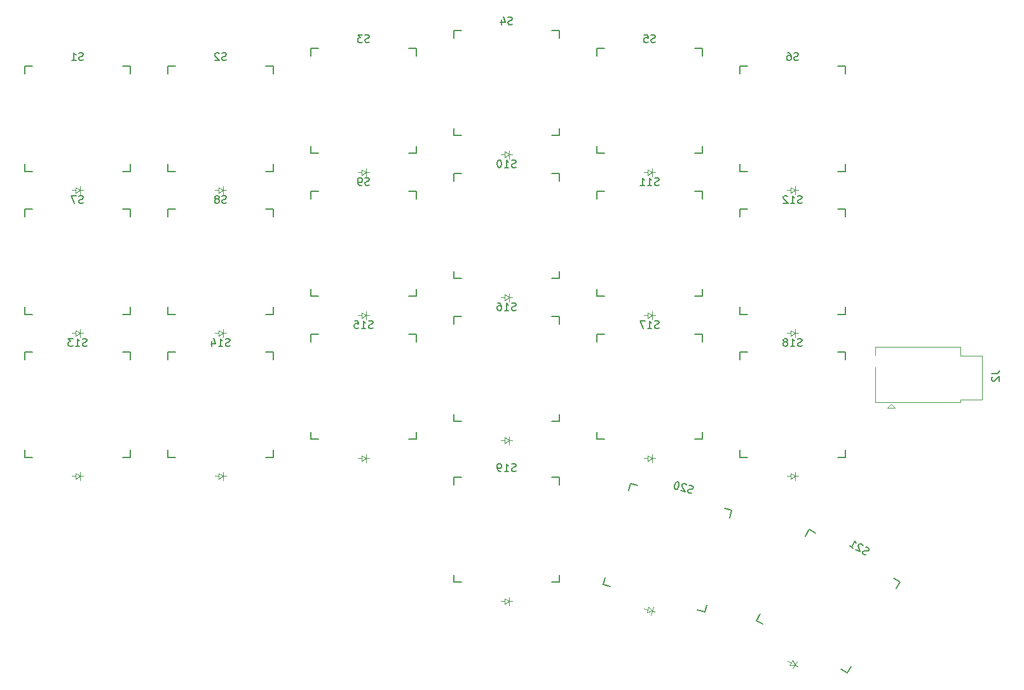
<source format=gbo>
G04 #@! TF.GenerationSoftware,KiCad,Pcbnew,8.0.4*
G04 #@! TF.CreationDate,2024-09-10T22:18:46+03:00*
G04 #@! TF.ProjectId,muikku42,6d75696b-6b75-4343-922e-6b696361645f,rev?*
G04 #@! TF.SameCoordinates,Original*
G04 #@! TF.FileFunction,Legend,Bot*
G04 #@! TF.FilePolarity,Positive*
%FSLAX46Y46*%
G04 Gerber Fmt 4.6, Leading zero omitted, Abs format (unit mm)*
G04 Created by KiCad (PCBNEW 8.0.4) date 2024-09-10 22:18:46*
%MOMM*%
%LPD*%
G01*
G04 APERTURE LIST*
G04 Aperture macros list*
%AMHorizOval*
0 Thick line with rounded ends*
0 $1 width*
0 $2 $3 position (X,Y) of the first rounded end (center of the circle)*
0 $4 $5 position (X,Y) of the second rounded end (center of the circle)*
0 Add line between two ends*
20,1,$1,$2,$3,$4,$5,0*
0 Add two circle primitives to create the rounded ends*
1,1,$1,$2,$3*
1,1,$1,$4,$5*%
%AMRotRect*
0 Rectangle, with rotation*
0 The origin of the aperture is its center*
0 $1 length*
0 $2 width*
0 $3 Rotation angle, in degrees counterclockwise*
0 Add horizontal line*
21,1,$1,$2,0,0,$3*%
G04 Aperture macros list end*
%ADD10C,0.150000*%
%ADD11C,0.100000*%
%ADD12C,0.120000*%
%ADD13R,1.600000X1.600000*%
%ADD14O,1.600000X1.600000*%
%ADD15RotRect,1.600000X1.600000X150.000000*%
%ADD16HorizOval,1.600000X0.000000X0.000000X0.000000X0.000000X0*%
%ADD17C,1.701800*%
%ADD18C,3.987800*%
%ADD19C,2.286000*%
%ADD20C,2.200000*%
%ADD21C,1.200000*%
%ADD22O,2.000000X1.400000*%
%ADD23R,2.000000X1.400000*%
%ADD24RotRect,1.600000X1.600000X165.000000*%
%ADD25HorizOval,1.600000X0.000000X0.000000X0.000000X0.000000X0*%
%ADD26O,2.500000X1.500000*%
%ADD27O,1.500000X2.500000*%
G04 APERTURE END LIST*
D10*
X134111904Y-46920950D02*
X133969047Y-46968569D01*
X133969047Y-46968569D02*
X133730952Y-46968569D01*
X133730952Y-46968569D02*
X133635714Y-46920950D01*
X133635714Y-46920950D02*
X133588095Y-46873330D01*
X133588095Y-46873330D02*
X133540476Y-46778092D01*
X133540476Y-46778092D02*
X133540476Y-46682854D01*
X133540476Y-46682854D02*
X133588095Y-46587616D01*
X133588095Y-46587616D02*
X133635714Y-46539997D01*
X133635714Y-46539997D02*
X133730952Y-46492378D01*
X133730952Y-46492378D02*
X133921428Y-46444759D01*
X133921428Y-46444759D02*
X134016666Y-46397140D01*
X134016666Y-46397140D02*
X134064285Y-46349521D01*
X134064285Y-46349521D02*
X134111904Y-46254283D01*
X134111904Y-46254283D02*
X134111904Y-46159045D01*
X134111904Y-46159045D02*
X134064285Y-46063807D01*
X134064285Y-46063807D02*
X134016666Y-46016188D01*
X134016666Y-46016188D02*
X133921428Y-45968569D01*
X133921428Y-45968569D02*
X133683333Y-45968569D01*
X133683333Y-45968569D02*
X133540476Y-46016188D01*
X132635714Y-45968569D02*
X133111904Y-45968569D01*
X133111904Y-45968569D02*
X133159523Y-46444759D01*
X133159523Y-46444759D02*
X133111904Y-46397140D01*
X133111904Y-46397140D02*
X133016666Y-46349521D01*
X133016666Y-46349521D02*
X132778571Y-46349521D01*
X132778571Y-46349521D02*
X132683333Y-46397140D01*
X132683333Y-46397140D02*
X132635714Y-46444759D01*
X132635714Y-46444759D02*
X132588095Y-46539997D01*
X132588095Y-46539997D02*
X132588095Y-46778092D01*
X132588095Y-46778092D02*
X132635714Y-46873330D01*
X132635714Y-46873330D02*
X132683333Y-46920950D01*
X132683333Y-46920950D02*
X132778571Y-46968569D01*
X132778571Y-46968569D02*
X133016666Y-46968569D01*
X133016666Y-46968569D02*
X133111904Y-46920950D01*
X133111904Y-46920950D02*
X133159523Y-46873330D01*
X134588094Y-65970950D02*
X134445237Y-66018569D01*
X134445237Y-66018569D02*
X134207142Y-66018569D01*
X134207142Y-66018569D02*
X134111904Y-65970950D01*
X134111904Y-65970950D02*
X134064285Y-65923330D01*
X134064285Y-65923330D02*
X134016666Y-65828092D01*
X134016666Y-65828092D02*
X134016666Y-65732854D01*
X134016666Y-65732854D02*
X134064285Y-65637616D01*
X134064285Y-65637616D02*
X134111904Y-65589997D01*
X134111904Y-65589997D02*
X134207142Y-65542378D01*
X134207142Y-65542378D02*
X134397618Y-65494759D01*
X134397618Y-65494759D02*
X134492856Y-65447140D01*
X134492856Y-65447140D02*
X134540475Y-65399521D01*
X134540475Y-65399521D02*
X134588094Y-65304283D01*
X134588094Y-65304283D02*
X134588094Y-65209045D01*
X134588094Y-65209045D02*
X134540475Y-65113807D01*
X134540475Y-65113807D02*
X134492856Y-65066188D01*
X134492856Y-65066188D02*
X134397618Y-65018569D01*
X134397618Y-65018569D02*
X134159523Y-65018569D01*
X134159523Y-65018569D02*
X134016666Y-65066188D01*
X133064285Y-66018569D02*
X133635713Y-66018569D01*
X133349999Y-66018569D02*
X133349999Y-65018569D01*
X133349999Y-65018569D02*
X133445237Y-65161426D01*
X133445237Y-65161426D02*
X133540475Y-65256664D01*
X133540475Y-65256664D02*
X133635713Y-65304283D01*
X132111904Y-66018569D02*
X132683332Y-66018569D01*
X132397618Y-66018569D02*
X132397618Y-65018569D01*
X132397618Y-65018569D02*
X132492856Y-65161426D01*
X132492856Y-65161426D02*
X132588094Y-65256664D01*
X132588094Y-65256664D02*
X132683332Y-65304283D01*
X57911904Y-68352200D02*
X57769047Y-68399819D01*
X57769047Y-68399819D02*
X57530952Y-68399819D01*
X57530952Y-68399819D02*
X57435714Y-68352200D01*
X57435714Y-68352200D02*
X57388095Y-68304580D01*
X57388095Y-68304580D02*
X57340476Y-68209342D01*
X57340476Y-68209342D02*
X57340476Y-68114104D01*
X57340476Y-68114104D02*
X57388095Y-68018866D01*
X57388095Y-68018866D02*
X57435714Y-67971247D01*
X57435714Y-67971247D02*
X57530952Y-67923628D01*
X57530952Y-67923628D02*
X57721428Y-67876009D01*
X57721428Y-67876009D02*
X57816666Y-67828390D01*
X57816666Y-67828390D02*
X57864285Y-67780771D01*
X57864285Y-67780771D02*
X57911904Y-67685533D01*
X57911904Y-67685533D02*
X57911904Y-67590295D01*
X57911904Y-67590295D02*
X57864285Y-67495057D01*
X57864285Y-67495057D02*
X57816666Y-67447438D01*
X57816666Y-67447438D02*
X57721428Y-67399819D01*
X57721428Y-67399819D02*
X57483333Y-67399819D01*
X57483333Y-67399819D02*
X57340476Y-67447438D01*
X57007142Y-67399819D02*
X56340476Y-67399819D01*
X56340476Y-67399819D02*
X56769047Y-68399819D01*
X96488094Y-85020950D02*
X96345237Y-85068569D01*
X96345237Y-85068569D02*
X96107142Y-85068569D01*
X96107142Y-85068569D02*
X96011904Y-85020950D01*
X96011904Y-85020950D02*
X95964285Y-84973330D01*
X95964285Y-84973330D02*
X95916666Y-84878092D01*
X95916666Y-84878092D02*
X95916666Y-84782854D01*
X95916666Y-84782854D02*
X95964285Y-84687616D01*
X95964285Y-84687616D02*
X96011904Y-84639997D01*
X96011904Y-84639997D02*
X96107142Y-84592378D01*
X96107142Y-84592378D02*
X96297618Y-84544759D01*
X96297618Y-84544759D02*
X96392856Y-84497140D01*
X96392856Y-84497140D02*
X96440475Y-84449521D01*
X96440475Y-84449521D02*
X96488094Y-84354283D01*
X96488094Y-84354283D02*
X96488094Y-84259045D01*
X96488094Y-84259045D02*
X96440475Y-84163807D01*
X96440475Y-84163807D02*
X96392856Y-84116188D01*
X96392856Y-84116188D02*
X96297618Y-84068569D01*
X96297618Y-84068569D02*
X96059523Y-84068569D01*
X96059523Y-84068569D02*
X95916666Y-84116188D01*
X94964285Y-85068569D02*
X95535713Y-85068569D01*
X95249999Y-85068569D02*
X95249999Y-84068569D01*
X95249999Y-84068569D02*
X95345237Y-84211426D01*
X95345237Y-84211426D02*
X95440475Y-84306664D01*
X95440475Y-84306664D02*
X95535713Y-84354283D01*
X94059523Y-84068569D02*
X94535713Y-84068569D01*
X94535713Y-84068569D02*
X94583332Y-84544759D01*
X94583332Y-84544759D02*
X94535713Y-84497140D01*
X94535713Y-84497140D02*
X94440475Y-84449521D01*
X94440475Y-84449521D02*
X94202380Y-84449521D01*
X94202380Y-84449521D02*
X94107142Y-84497140D01*
X94107142Y-84497140D02*
X94059523Y-84544759D01*
X94059523Y-84544759D02*
X94011904Y-84639997D01*
X94011904Y-84639997D02*
X94011904Y-84878092D01*
X94011904Y-84878092D02*
X94059523Y-84973330D01*
X94059523Y-84973330D02*
X94107142Y-85020950D01*
X94107142Y-85020950D02*
X94202380Y-85068569D01*
X94202380Y-85068569D02*
X94440475Y-85068569D01*
X94440475Y-85068569D02*
X94535713Y-85020950D01*
X94535713Y-85020950D02*
X94583332Y-84973330D01*
X115061904Y-44539700D02*
X114919047Y-44587319D01*
X114919047Y-44587319D02*
X114680952Y-44587319D01*
X114680952Y-44587319D02*
X114585714Y-44539700D01*
X114585714Y-44539700D02*
X114538095Y-44492080D01*
X114538095Y-44492080D02*
X114490476Y-44396842D01*
X114490476Y-44396842D02*
X114490476Y-44301604D01*
X114490476Y-44301604D02*
X114538095Y-44206366D01*
X114538095Y-44206366D02*
X114585714Y-44158747D01*
X114585714Y-44158747D02*
X114680952Y-44111128D01*
X114680952Y-44111128D02*
X114871428Y-44063509D01*
X114871428Y-44063509D02*
X114966666Y-44015890D01*
X114966666Y-44015890D02*
X115014285Y-43968271D01*
X115014285Y-43968271D02*
X115061904Y-43873033D01*
X115061904Y-43873033D02*
X115061904Y-43777795D01*
X115061904Y-43777795D02*
X115014285Y-43682557D01*
X115014285Y-43682557D02*
X114966666Y-43634938D01*
X114966666Y-43634938D02*
X114871428Y-43587319D01*
X114871428Y-43587319D02*
X114633333Y-43587319D01*
X114633333Y-43587319D02*
X114490476Y-43634938D01*
X113633333Y-43920652D02*
X113633333Y-44587319D01*
X113871428Y-43539700D02*
X114109523Y-44253985D01*
X114109523Y-44253985D02*
X113490476Y-44253985D01*
X153638094Y-87402200D02*
X153495237Y-87449819D01*
X153495237Y-87449819D02*
X153257142Y-87449819D01*
X153257142Y-87449819D02*
X153161904Y-87402200D01*
X153161904Y-87402200D02*
X153114285Y-87354580D01*
X153114285Y-87354580D02*
X153066666Y-87259342D01*
X153066666Y-87259342D02*
X153066666Y-87164104D01*
X153066666Y-87164104D02*
X153114285Y-87068866D01*
X153114285Y-87068866D02*
X153161904Y-87021247D01*
X153161904Y-87021247D02*
X153257142Y-86973628D01*
X153257142Y-86973628D02*
X153447618Y-86926009D01*
X153447618Y-86926009D02*
X153542856Y-86878390D01*
X153542856Y-86878390D02*
X153590475Y-86830771D01*
X153590475Y-86830771D02*
X153638094Y-86735533D01*
X153638094Y-86735533D02*
X153638094Y-86640295D01*
X153638094Y-86640295D02*
X153590475Y-86545057D01*
X153590475Y-86545057D02*
X153542856Y-86497438D01*
X153542856Y-86497438D02*
X153447618Y-86449819D01*
X153447618Y-86449819D02*
X153209523Y-86449819D01*
X153209523Y-86449819D02*
X153066666Y-86497438D01*
X152114285Y-87449819D02*
X152685713Y-87449819D01*
X152399999Y-87449819D02*
X152399999Y-86449819D01*
X152399999Y-86449819D02*
X152495237Y-86592676D01*
X152495237Y-86592676D02*
X152590475Y-86687914D01*
X152590475Y-86687914D02*
X152685713Y-86735533D01*
X151542856Y-86878390D02*
X151638094Y-86830771D01*
X151638094Y-86830771D02*
X151685713Y-86783152D01*
X151685713Y-86783152D02*
X151733332Y-86687914D01*
X151733332Y-86687914D02*
X151733332Y-86640295D01*
X151733332Y-86640295D02*
X151685713Y-86545057D01*
X151685713Y-86545057D02*
X151638094Y-86497438D01*
X151638094Y-86497438D02*
X151542856Y-86449819D01*
X151542856Y-86449819D02*
X151352380Y-86449819D01*
X151352380Y-86449819D02*
X151257142Y-86497438D01*
X151257142Y-86497438D02*
X151209523Y-86545057D01*
X151209523Y-86545057D02*
X151161904Y-86640295D01*
X151161904Y-86640295D02*
X151161904Y-86687914D01*
X151161904Y-86687914D02*
X151209523Y-86783152D01*
X151209523Y-86783152D02*
X151257142Y-86830771D01*
X151257142Y-86830771D02*
X151352380Y-86878390D01*
X151352380Y-86878390D02*
X151542856Y-86878390D01*
X151542856Y-86878390D02*
X151638094Y-86926009D01*
X151638094Y-86926009D02*
X151685713Y-86973628D01*
X151685713Y-86973628D02*
X151733332Y-87068866D01*
X151733332Y-87068866D02*
X151733332Y-87259342D01*
X151733332Y-87259342D02*
X151685713Y-87354580D01*
X151685713Y-87354580D02*
X151638094Y-87402200D01*
X151638094Y-87402200D02*
X151542856Y-87449819D01*
X151542856Y-87449819D02*
X151352380Y-87449819D01*
X151352380Y-87449819D02*
X151257142Y-87402200D01*
X151257142Y-87402200D02*
X151209523Y-87354580D01*
X151209523Y-87354580D02*
X151161904Y-87259342D01*
X151161904Y-87259342D02*
X151161904Y-87068866D01*
X151161904Y-87068866D02*
X151209523Y-86973628D01*
X151209523Y-86973628D02*
X151257142Y-86926009D01*
X151257142Y-86926009D02*
X151352380Y-86878390D01*
X153161904Y-49302200D02*
X153019047Y-49349819D01*
X153019047Y-49349819D02*
X152780952Y-49349819D01*
X152780952Y-49349819D02*
X152685714Y-49302200D01*
X152685714Y-49302200D02*
X152638095Y-49254580D01*
X152638095Y-49254580D02*
X152590476Y-49159342D01*
X152590476Y-49159342D02*
X152590476Y-49064104D01*
X152590476Y-49064104D02*
X152638095Y-48968866D01*
X152638095Y-48968866D02*
X152685714Y-48921247D01*
X152685714Y-48921247D02*
X152780952Y-48873628D01*
X152780952Y-48873628D02*
X152971428Y-48826009D01*
X152971428Y-48826009D02*
X153066666Y-48778390D01*
X153066666Y-48778390D02*
X153114285Y-48730771D01*
X153114285Y-48730771D02*
X153161904Y-48635533D01*
X153161904Y-48635533D02*
X153161904Y-48540295D01*
X153161904Y-48540295D02*
X153114285Y-48445057D01*
X153114285Y-48445057D02*
X153066666Y-48397438D01*
X153066666Y-48397438D02*
X152971428Y-48349819D01*
X152971428Y-48349819D02*
X152733333Y-48349819D01*
X152733333Y-48349819D02*
X152590476Y-48397438D01*
X151733333Y-48349819D02*
X151923809Y-48349819D01*
X151923809Y-48349819D02*
X152019047Y-48397438D01*
X152019047Y-48397438D02*
X152066666Y-48445057D01*
X152066666Y-48445057D02*
X152161904Y-48587914D01*
X152161904Y-48587914D02*
X152209523Y-48778390D01*
X152209523Y-48778390D02*
X152209523Y-49159342D01*
X152209523Y-49159342D02*
X152161904Y-49254580D01*
X152161904Y-49254580D02*
X152114285Y-49302200D01*
X152114285Y-49302200D02*
X152019047Y-49349819D01*
X152019047Y-49349819D02*
X151828571Y-49349819D01*
X151828571Y-49349819D02*
X151733333Y-49302200D01*
X151733333Y-49302200D02*
X151685714Y-49254580D01*
X151685714Y-49254580D02*
X151638095Y-49159342D01*
X151638095Y-49159342D02*
X151638095Y-48921247D01*
X151638095Y-48921247D02*
X151685714Y-48826009D01*
X151685714Y-48826009D02*
X151733333Y-48778390D01*
X151733333Y-48778390D02*
X151828571Y-48730771D01*
X151828571Y-48730771D02*
X152019047Y-48730771D01*
X152019047Y-48730771D02*
X152114285Y-48778390D01*
X152114285Y-48778390D02*
X152161904Y-48826009D01*
X152161904Y-48826009D02*
X152209523Y-48921247D01*
X134588094Y-85020950D02*
X134445237Y-85068569D01*
X134445237Y-85068569D02*
X134207142Y-85068569D01*
X134207142Y-85068569D02*
X134111904Y-85020950D01*
X134111904Y-85020950D02*
X134064285Y-84973330D01*
X134064285Y-84973330D02*
X134016666Y-84878092D01*
X134016666Y-84878092D02*
X134016666Y-84782854D01*
X134016666Y-84782854D02*
X134064285Y-84687616D01*
X134064285Y-84687616D02*
X134111904Y-84639997D01*
X134111904Y-84639997D02*
X134207142Y-84592378D01*
X134207142Y-84592378D02*
X134397618Y-84544759D01*
X134397618Y-84544759D02*
X134492856Y-84497140D01*
X134492856Y-84497140D02*
X134540475Y-84449521D01*
X134540475Y-84449521D02*
X134588094Y-84354283D01*
X134588094Y-84354283D02*
X134588094Y-84259045D01*
X134588094Y-84259045D02*
X134540475Y-84163807D01*
X134540475Y-84163807D02*
X134492856Y-84116188D01*
X134492856Y-84116188D02*
X134397618Y-84068569D01*
X134397618Y-84068569D02*
X134159523Y-84068569D01*
X134159523Y-84068569D02*
X134016666Y-84116188D01*
X133064285Y-85068569D02*
X133635713Y-85068569D01*
X133349999Y-85068569D02*
X133349999Y-84068569D01*
X133349999Y-84068569D02*
X133445237Y-84211426D01*
X133445237Y-84211426D02*
X133540475Y-84306664D01*
X133540475Y-84306664D02*
X133635713Y-84354283D01*
X132730951Y-84068569D02*
X132064285Y-84068569D01*
X132064285Y-84068569D02*
X132492856Y-85068569D01*
X77438094Y-87402200D02*
X77295237Y-87449819D01*
X77295237Y-87449819D02*
X77057142Y-87449819D01*
X77057142Y-87449819D02*
X76961904Y-87402200D01*
X76961904Y-87402200D02*
X76914285Y-87354580D01*
X76914285Y-87354580D02*
X76866666Y-87259342D01*
X76866666Y-87259342D02*
X76866666Y-87164104D01*
X76866666Y-87164104D02*
X76914285Y-87068866D01*
X76914285Y-87068866D02*
X76961904Y-87021247D01*
X76961904Y-87021247D02*
X77057142Y-86973628D01*
X77057142Y-86973628D02*
X77247618Y-86926009D01*
X77247618Y-86926009D02*
X77342856Y-86878390D01*
X77342856Y-86878390D02*
X77390475Y-86830771D01*
X77390475Y-86830771D02*
X77438094Y-86735533D01*
X77438094Y-86735533D02*
X77438094Y-86640295D01*
X77438094Y-86640295D02*
X77390475Y-86545057D01*
X77390475Y-86545057D02*
X77342856Y-86497438D01*
X77342856Y-86497438D02*
X77247618Y-86449819D01*
X77247618Y-86449819D02*
X77009523Y-86449819D01*
X77009523Y-86449819D02*
X76866666Y-86497438D01*
X75914285Y-87449819D02*
X76485713Y-87449819D01*
X76199999Y-87449819D02*
X76199999Y-86449819D01*
X76199999Y-86449819D02*
X76295237Y-86592676D01*
X76295237Y-86592676D02*
X76390475Y-86687914D01*
X76390475Y-86687914D02*
X76485713Y-86735533D01*
X75057142Y-86783152D02*
X75057142Y-87449819D01*
X75295237Y-86402200D02*
X75533332Y-87116485D01*
X75533332Y-87116485D02*
X74914285Y-87116485D01*
X76961904Y-68352200D02*
X76819047Y-68399819D01*
X76819047Y-68399819D02*
X76580952Y-68399819D01*
X76580952Y-68399819D02*
X76485714Y-68352200D01*
X76485714Y-68352200D02*
X76438095Y-68304580D01*
X76438095Y-68304580D02*
X76390476Y-68209342D01*
X76390476Y-68209342D02*
X76390476Y-68114104D01*
X76390476Y-68114104D02*
X76438095Y-68018866D01*
X76438095Y-68018866D02*
X76485714Y-67971247D01*
X76485714Y-67971247D02*
X76580952Y-67923628D01*
X76580952Y-67923628D02*
X76771428Y-67876009D01*
X76771428Y-67876009D02*
X76866666Y-67828390D01*
X76866666Y-67828390D02*
X76914285Y-67780771D01*
X76914285Y-67780771D02*
X76961904Y-67685533D01*
X76961904Y-67685533D02*
X76961904Y-67590295D01*
X76961904Y-67590295D02*
X76914285Y-67495057D01*
X76914285Y-67495057D02*
X76866666Y-67447438D01*
X76866666Y-67447438D02*
X76771428Y-67399819D01*
X76771428Y-67399819D02*
X76533333Y-67399819D01*
X76533333Y-67399819D02*
X76390476Y-67447438D01*
X75819047Y-67828390D02*
X75914285Y-67780771D01*
X75914285Y-67780771D02*
X75961904Y-67733152D01*
X75961904Y-67733152D02*
X76009523Y-67637914D01*
X76009523Y-67637914D02*
X76009523Y-67590295D01*
X76009523Y-67590295D02*
X75961904Y-67495057D01*
X75961904Y-67495057D02*
X75914285Y-67447438D01*
X75914285Y-67447438D02*
X75819047Y-67399819D01*
X75819047Y-67399819D02*
X75628571Y-67399819D01*
X75628571Y-67399819D02*
X75533333Y-67447438D01*
X75533333Y-67447438D02*
X75485714Y-67495057D01*
X75485714Y-67495057D02*
X75438095Y-67590295D01*
X75438095Y-67590295D02*
X75438095Y-67637914D01*
X75438095Y-67637914D02*
X75485714Y-67733152D01*
X75485714Y-67733152D02*
X75533333Y-67780771D01*
X75533333Y-67780771D02*
X75628571Y-67828390D01*
X75628571Y-67828390D02*
X75819047Y-67828390D01*
X75819047Y-67828390D02*
X75914285Y-67876009D01*
X75914285Y-67876009D02*
X75961904Y-67923628D01*
X75961904Y-67923628D02*
X76009523Y-68018866D01*
X76009523Y-68018866D02*
X76009523Y-68209342D01*
X76009523Y-68209342D02*
X75961904Y-68304580D01*
X75961904Y-68304580D02*
X75914285Y-68352200D01*
X75914285Y-68352200D02*
X75819047Y-68399819D01*
X75819047Y-68399819D02*
X75628571Y-68399819D01*
X75628571Y-68399819D02*
X75533333Y-68352200D01*
X75533333Y-68352200D02*
X75485714Y-68304580D01*
X75485714Y-68304580D02*
X75438095Y-68209342D01*
X75438095Y-68209342D02*
X75438095Y-68018866D01*
X75438095Y-68018866D02*
X75485714Y-67923628D01*
X75485714Y-67923628D02*
X75533333Y-67876009D01*
X75533333Y-67876009D02*
X75628571Y-67828390D01*
X76961904Y-49302200D02*
X76819047Y-49349819D01*
X76819047Y-49349819D02*
X76580952Y-49349819D01*
X76580952Y-49349819D02*
X76485714Y-49302200D01*
X76485714Y-49302200D02*
X76438095Y-49254580D01*
X76438095Y-49254580D02*
X76390476Y-49159342D01*
X76390476Y-49159342D02*
X76390476Y-49064104D01*
X76390476Y-49064104D02*
X76438095Y-48968866D01*
X76438095Y-48968866D02*
X76485714Y-48921247D01*
X76485714Y-48921247D02*
X76580952Y-48873628D01*
X76580952Y-48873628D02*
X76771428Y-48826009D01*
X76771428Y-48826009D02*
X76866666Y-48778390D01*
X76866666Y-48778390D02*
X76914285Y-48730771D01*
X76914285Y-48730771D02*
X76961904Y-48635533D01*
X76961904Y-48635533D02*
X76961904Y-48540295D01*
X76961904Y-48540295D02*
X76914285Y-48445057D01*
X76914285Y-48445057D02*
X76866666Y-48397438D01*
X76866666Y-48397438D02*
X76771428Y-48349819D01*
X76771428Y-48349819D02*
X76533333Y-48349819D01*
X76533333Y-48349819D02*
X76390476Y-48397438D01*
X76009523Y-48445057D02*
X75961904Y-48397438D01*
X75961904Y-48397438D02*
X75866666Y-48349819D01*
X75866666Y-48349819D02*
X75628571Y-48349819D01*
X75628571Y-48349819D02*
X75533333Y-48397438D01*
X75533333Y-48397438D02*
X75485714Y-48445057D01*
X75485714Y-48445057D02*
X75438095Y-48540295D01*
X75438095Y-48540295D02*
X75438095Y-48635533D01*
X75438095Y-48635533D02*
X75485714Y-48778390D01*
X75485714Y-48778390D02*
X76057142Y-49349819D01*
X76057142Y-49349819D02*
X75438095Y-49349819D01*
X115538094Y-82639700D02*
X115395237Y-82687319D01*
X115395237Y-82687319D02*
X115157142Y-82687319D01*
X115157142Y-82687319D02*
X115061904Y-82639700D01*
X115061904Y-82639700D02*
X115014285Y-82592080D01*
X115014285Y-82592080D02*
X114966666Y-82496842D01*
X114966666Y-82496842D02*
X114966666Y-82401604D01*
X114966666Y-82401604D02*
X115014285Y-82306366D01*
X115014285Y-82306366D02*
X115061904Y-82258747D01*
X115061904Y-82258747D02*
X115157142Y-82211128D01*
X115157142Y-82211128D02*
X115347618Y-82163509D01*
X115347618Y-82163509D02*
X115442856Y-82115890D01*
X115442856Y-82115890D02*
X115490475Y-82068271D01*
X115490475Y-82068271D02*
X115538094Y-81973033D01*
X115538094Y-81973033D02*
X115538094Y-81877795D01*
X115538094Y-81877795D02*
X115490475Y-81782557D01*
X115490475Y-81782557D02*
X115442856Y-81734938D01*
X115442856Y-81734938D02*
X115347618Y-81687319D01*
X115347618Y-81687319D02*
X115109523Y-81687319D01*
X115109523Y-81687319D02*
X114966666Y-81734938D01*
X114014285Y-82687319D02*
X114585713Y-82687319D01*
X114299999Y-82687319D02*
X114299999Y-81687319D01*
X114299999Y-81687319D02*
X114395237Y-81830176D01*
X114395237Y-81830176D02*
X114490475Y-81925414D01*
X114490475Y-81925414D02*
X114585713Y-81973033D01*
X113157142Y-81687319D02*
X113347618Y-81687319D01*
X113347618Y-81687319D02*
X113442856Y-81734938D01*
X113442856Y-81734938D02*
X113490475Y-81782557D01*
X113490475Y-81782557D02*
X113585713Y-81925414D01*
X113585713Y-81925414D02*
X113633332Y-82115890D01*
X113633332Y-82115890D02*
X113633332Y-82496842D01*
X113633332Y-82496842D02*
X113585713Y-82592080D01*
X113585713Y-82592080D02*
X113538094Y-82639700D01*
X113538094Y-82639700D02*
X113442856Y-82687319D01*
X113442856Y-82687319D02*
X113252380Y-82687319D01*
X113252380Y-82687319D02*
X113157142Y-82639700D01*
X113157142Y-82639700D02*
X113109523Y-82592080D01*
X113109523Y-82592080D02*
X113061904Y-82496842D01*
X113061904Y-82496842D02*
X113061904Y-82258747D01*
X113061904Y-82258747D02*
X113109523Y-82163509D01*
X113109523Y-82163509D02*
X113157142Y-82115890D01*
X113157142Y-82115890D02*
X113252380Y-82068271D01*
X113252380Y-82068271D02*
X113442856Y-82068271D01*
X113442856Y-82068271D02*
X113538094Y-82115890D01*
X113538094Y-82115890D02*
X113585713Y-82163509D01*
X113585713Y-82163509D02*
X113633332Y-82258747D01*
X115538094Y-63589700D02*
X115395237Y-63637319D01*
X115395237Y-63637319D02*
X115157142Y-63637319D01*
X115157142Y-63637319D02*
X115061904Y-63589700D01*
X115061904Y-63589700D02*
X115014285Y-63542080D01*
X115014285Y-63542080D02*
X114966666Y-63446842D01*
X114966666Y-63446842D02*
X114966666Y-63351604D01*
X114966666Y-63351604D02*
X115014285Y-63256366D01*
X115014285Y-63256366D02*
X115061904Y-63208747D01*
X115061904Y-63208747D02*
X115157142Y-63161128D01*
X115157142Y-63161128D02*
X115347618Y-63113509D01*
X115347618Y-63113509D02*
X115442856Y-63065890D01*
X115442856Y-63065890D02*
X115490475Y-63018271D01*
X115490475Y-63018271D02*
X115538094Y-62923033D01*
X115538094Y-62923033D02*
X115538094Y-62827795D01*
X115538094Y-62827795D02*
X115490475Y-62732557D01*
X115490475Y-62732557D02*
X115442856Y-62684938D01*
X115442856Y-62684938D02*
X115347618Y-62637319D01*
X115347618Y-62637319D02*
X115109523Y-62637319D01*
X115109523Y-62637319D02*
X114966666Y-62684938D01*
X114014285Y-63637319D02*
X114585713Y-63637319D01*
X114299999Y-63637319D02*
X114299999Y-62637319D01*
X114299999Y-62637319D02*
X114395237Y-62780176D01*
X114395237Y-62780176D02*
X114490475Y-62875414D01*
X114490475Y-62875414D02*
X114585713Y-62923033D01*
X113395237Y-62637319D02*
X113299999Y-62637319D01*
X113299999Y-62637319D02*
X113204761Y-62684938D01*
X113204761Y-62684938D02*
X113157142Y-62732557D01*
X113157142Y-62732557D02*
X113109523Y-62827795D01*
X113109523Y-62827795D02*
X113061904Y-63018271D01*
X113061904Y-63018271D02*
X113061904Y-63256366D01*
X113061904Y-63256366D02*
X113109523Y-63446842D01*
X113109523Y-63446842D02*
X113157142Y-63542080D01*
X113157142Y-63542080D02*
X113204761Y-63589700D01*
X113204761Y-63589700D02*
X113299999Y-63637319D01*
X113299999Y-63637319D02*
X113395237Y-63637319D01*
X113395237Y-63637319D02*
X113490475Y-63589700D01*
X113490475Y-63589700D02*
X113538094Y-63542080D01*
X113538094Y-63542080D02*
X113585713Y-63446842D01*
X113585713Y-63446842D02*
X113633332Y-63256366D01*
X113633332Y-63256366D02*
X113633332Y-63018271D01*
X113633332Y-63018271D02*
X113585713Y-62827795D01*
X113585713Y-62827795D02*
X113538094Y-62732557D01*
X113538094Y-62732557D02*
X113490475Y-62684938D01*
X113490475Y-62684938D02*
X113395237Y-62637319D01*
X153638094Y-68352200D02*
X153495237Y-68399819D01*
X153495237Y-68399819D02*
X153257142Y-68399819D01*
X153257142Y-68399819D02*
X153161904Y-68352200D01*
X153161904Y-68352200D02*
X153114285Y-68304580D01*
X153114285Y-68304580D02*
X153066666Y-68209342D01*
X153066666Y-68209342D02*
X153066666Y-68114104D01*
X153066666Y-68114104D02*
X153114285Y-68018866D01*
X153114285Y-68018866D02*
X153161904Y-67971247D01*
X153161904Y-67971247D02*
X153257142Y-67923628D01*
X153257142Y-67923628D02*
X153447618Y-67876009D01*
X153447618Y-67876009D02*
X153542856Y-67828390D01*
X153542856Y-67828390D02*
X153590475Y-67780771D01*
X153590475Y-67780771D02*
X153638094Y-67685533D01*
X153638094Y-67685533D02*
X153638094Y-67590295D01*
X153638094Y-67590295D02*
X153590475Y-67495057D01*
X153590475Y-67495057D02*
X153542856Y-67447438D01*
X153542856Y-67447438D02*
X153447618Y-67399819D01*
X153447618Y-67399819D02*
X153209523Y-67399819D01*
X153209523Y-67399819D02*
X153066666Y-67447438D01*
X152114285Y-68399819D02*
X152685713Y-68399819D01*
X152399999Y-68399819D02*
X152399999Y-67399819D01*
X152399999Y-67399819D02*
X152495237Y-67542676D01*
X152495237Y-67542676D02*
X152590475Y-67637914D01*
X152590475Y-67637914D02*
X152685713Y-67685533D01*
X151733332Y-67495057D02*
X151685713Y-67447438D01*
X151685713Y-67447438D02*
X151590475Y-67399819D01*
X151590475Y-67399819D02*
X151352380Y-67399819D01*
X151352380Y-67399819D02*
X151257142Y-67447438D01*
X151257142Y-67447438D02*
X151209523Y-67495057D01*
X151209523Y-67495057D02*
X151161904Y-67590295D01*
X151161904Y-67590295D02*
X151161904Y-67685533D01*
X151161904Y-67685533D02*
X151209523Y-67828390D01*
X151209523Y-67828390D02*
X151780951Y-68399819D01*
X151780951Y-68399819D02*
X151161904Y-68399819D01*
X57911904Y-49302200D02*
X57769047Y-49349819D01*
X57769047Y-49349819D02*
X57530952Y-49349819D01*
X57530952Y-49349819D02*
X57435714Y-49302200D01*
X57435714Y-49302200D02*
X57388095Y-49254580D01*
X57388095Y-49254580D02*
X57340476Y-49159342D01*
X57340476Y-49159342D02*
X57340476Y-49064104D01*
X57340476Y-49064104D02*
X57388095Y-48968866D01*
X57388095Y-48968866D02*
X57435714Y-48921247D01*
X57435714Y-48921247D02*
X57530952Y-48873628D01*
X57530952Y-48873628D02*
X57721428Y-48826009D01*
X57721428Y-48826009D02*
X57816666Y-48778390D01*
X57816666Y-48778390D02*
X57864285Y-48730771D01*
X57864285Y-48730771D02*
X57911904Y-48635533D01*
X57911904Y-48635533D02*
X57911904Y-48540295D01*
X57911904Y-48540295D02*
X57864285Y-48445057D01*
X57864285Y-48445057D02*
X57816666Y-48397438D01*
X57816666Y-48397438D02*
X57721428Y-48349819D01*
X57721428Y-48349819D02*
X57483333Y-48349819D01*
X57483333Y-48349819D02*
X57340476Y-48397438D01*
X56388095Y-49349819D02*
X56959523Y-49349819D01*
X56673809Y-49349819D02*
X56673809Y-48349819D01*
X56673809Y-48349819D02*
X56769047Y-48492676D01*
X56769047Y-48492676D02*
X56864285Y-48587914D01*
X56864285Y-48587914D02*
X56959523Y-48635533D01*
X96011904Y-46920950D02*
X95869047Y-46968569D01*
X95869047Y-46968569D02*
X95630952Y-46968569D01*
X95630952Y-46968569D02*
X95535714Y-46920950D01*
X95535714Y-46920950D02*
X95488095Y-46873330D01*
X95488095Y-46873330D02*
X95440476Y-46778092D01*
X95440476Y-46778092D02*
X95440476Y-46682854D01*
X95440476Y-46682854D02*
X95488095Y-46587616D01*
X95488095Y-46587616D02*
X95535714Y-46539997D01*
X95535714Y-46539997D02*
X95630952Y-46492378D01*
X95630952Y-46492378D02*
X95821428Y-46444759D01*
X95821428Y-46444759D02*
X95916666Y-46397140D01*
X95916666Y-46397140D02*
X95964285Y-46349521D01*
X95964285Y-46349521D02*
X96011904Y-46254283D01*
X96011904Y-46254283D02*
X96011904Y-46159045D01*
X96011904Y-46159045D02*
X95964285Y-46063807D01*
X95964285Y-46063807D02*
X95916666Y-46016188D01*
X95916666Y-46016188D02*
X95821428Y-45968569D01*
X95821428Y-45968569D02*
X95583333Y-45968569D01*
X95583333Y-45968569D02*
X95440476Y-46016188D01*
X95107142Y-45968569D02*
X94488095Y-45968569D01*
X94488095Y-45968569D02*
X94821428Y-46349521D01*
X94821428Y-46349521D02*
X94678571Y-46349521D01*
X94678571Y-46349521D02*
X94583333Y-46397140D01*
X94583333Y-46397140D02*
X94535714Y-46444759D01*
X94535714Y-46444759D02*
X94488095Y-46539997D01*
X94488095Y-46539997D02*
X94488095Y-46778092D01*
X94488095Y-46778092D02*
X94535714Y-46873330D01*
X94535714Y-46873330D02*
X94583333Y-46920950D01*
X94583333Y-46920950D02*
X94678571Y-46968569D01*
X94678571Y-46968569D02*
X94964285Y-46968569D01*
X94964285Y-46968569D02*
X95059523Y-46920950D01*
X95059523Y-46920950D02*
X95107142Y-46873330D01*
X58388094Y-87402200D02*
X58245237Y-87449819D01*
X58245237Y-87449819D02*
X58007142Y-87449819D01*
X58007142Y-87449819D02*
X57911904Y-87402200D01*
X57911904Y-87402200D02*
X57864285Y-87354580D01*
X57864285Y-87354580D02*
X57816666Y-87259342D01*
X57816666Y-87259342D02*
X57816666Y-87164104D01*
X57816666Y-87164104D02*
X57864285Y-87068866D01*
X57864285Y-87068866D02*
X57911904Y-87021247D01*
X57911904Y-87021247D02*
X58007142Y-86973628D01*
X58007142Y-86973628D02*
X58197618Y-86926009D01*
X58197618Y-86926009D02*
X58292856Y-86878390D01*
X58292856Y-86878390D02*
X58340475Y-86830771D01*
X58340475Y-86830771D02*
X58388094Y-86735533D01*
X58388094Y-86735533D02*
X58388094Y-86640295D01*
X58388094Y-86640295D02*
X58340475Y-86545057D01*
X58340475Y-86545057D02*
X58292856Y-86497438D01*
X58292856Y-86497438D02*
X58197618Y-86449819D01*
X58197618Y-86449819D02*
X57959523Y-86449819D01*
X57959523Y-86449819D02*
X57816666Y-86497438D01*
X56864285Y-87449819D02*
X57435713Y-87449819D01*
X57149999Y-87449819D02*
X57149999Y-86449819D01*
X57149999Y-86449819D02*
X57245237Y-86592676D01*
X57245237Y-86592676D02*
X57340475Y-86687914D01*
X57340475Y-86687914D02*
X57435713Y-86735533D01*
X56530951Y-86449819D02*
X55911904Y-86449819D01*
X55911904Y-86449819D02*
X56245237Y-86830771D01*
X56245237Y-86830771D02*
X56102380Y-86830771D01*
X56102380Y-86830771D02*
X56007142Y-86878390D01*
X56007142Y-86878390D02*
X55959523Y-86926009D01*
X55959523Y-86926009D02*
X55911904Y-87021247D01*
X55911904Y-87021247D02*
X55911904Y-87259342D01*
X55911904Y-87259342D02*
X55959523Y-87354580D01*
X55959523Y-87354580D02*
X56007142Y-87402200D01*
X56007142Y-87402200D02*
X56102380Y-87449819D01*
X56102380Y-87449819D02*
X56388094Y-87449819D01*
X56388094Y-87449819D02*
X56483332Y-87402200D01*
X56483332Y-87402200D02*
X56530951Y-87354580D01*
X115538094Y-104070950D02*
X115395237Y-104118569D01*
X115395237Y-104118569D02*
X115157142Y-104118569D01*
X115157142Y-104118569D02*
X115061904Y-104070950D01*
X115061904Y-104070950D02*
X115014285Y-104023330D01*
X115014285Y-104023330D02*
X114966666Y-103928092D01*
X114966666Y-103928092D02*
X114966666Y-103832854D01*
X114966666Y-103832854D02*
X115014285Y-103737616D01*
X115014285Y-103737616D02*
X115061904Y-103689997D01*
X115061904Y-103689997D02*
X115157142Y-103642378D01*
X115157142Y-103642378D02*
X115347618Y-103594759D01*
X115347618Y-103594759D02*
X115442856Y-103547140D01*
X115442856Y-103547140D02*
X115490475Y-103499521D01*
X115490475Y-103499521D02*
X115538094Y-103404283D01*
X115538094Y-103404283D02*
X115538094Y-103309045D01*
X115538094Y-103309045D02*
X115490475Y-103213807D01*
X115490475Y-103213807D02*
X115442856Y-103166188D01*
X115442856Y-103166188D02*
X115347618Y-103118569D01*
X115347618Y-103118569D02*
X115109523Y-103118569D01*
X115109523Y-103118569D02*
X114966666Y-103166188D01*
X114014285Y-104118569D02*
X114585713Y-104118569D01*
X114299999Y-104118569D02*
X114299999Y-103118569D01*
X114299999Y-103118569D02*
X114395237Y-103261426D01*
X114395237Y-103261426D02*
X114490475Y-103356664D01*
X114490475Y-103356664D02*
X114585713Y-103404283D01*
X113538094Y-104118569D02*
X113347618Y-104118569D01*
X113347618Y-104118569D02*
X113252380Y-104070950D01*
X113252380Y-104070950D02*
X113204761Y-104023330D01*
X113204761Y-104023330D02*
X113109523Y-103880473D01*
X113109523Y-103880473D02*
X113061904Y-103689997D01*
X113061904Y-103689997D02*
X113061904Y-103309045D01*
X113061904Y-103309045D02*
X113109523Y-103213807D01*
X113109523Y-103213807D02*
X113157142Y-103166188D01*
X113157142Y-103166188D02*
X113252380Y-103118569D01*
X113252380Y-103118569D02*
X113442856Y-103118569D01*
X113442856Y-103118569D02*
X113538094Y-103166188D01*
X113538094Y-103166188D02*
X113585713Y-103213807D01*
X113585713Y-103213807D02*
X113633332Y-103309045D01*
X113633332Y-103309045D02*
X113633332Y-103547140D01*
X113633332Y-103547140D02*
X113585713Y-103642378D01*
X113585713Y-103642378D02*
X113538094Y-103689997D01*
X113538094Y-103689997D02*
X113442856Y-103737616D01*
X113442856Y-103737616D02*
X113252380Y-103737616D01*
X113252380Y-103737616D02*
X113157142Y-103689997D01*
X113157142Y-103689997D02*
X113109523Y-103642378D01*
X113109523Y-103642378D02*
X113061904Y-103547140D01*
X162158621Y-115266402D02*
X162011094Y-115236213D01*
X162011094Y-115236213D02*
X161804897Y-115117166D01*
X161804897Y-115117166D02*
X161746228Y-115028307D01*
X161746228Y-115028307D02*
X161728798Y-114963258D01*
X161728798Y-114963258D02*
X161735178Y-114856970D01*
X161735178Y-114856970D02*
X161782797Y-114774492D01*
X161782797Y-114774492D02*
X161871655Y-114715823D01*
X161871655Y-114715823D02*
X161936704Y-114698393D01*
X161936704Y-114698393D02*
X162042992Y-114704773D01*
X162042992Y-114704773D02*
X162231759Y-114758771D01*
X162231759Y-114758771D02*
X162338047Y-114765151D01*
X162338047Y-114765151D02*
X162403096Y-114747721D01*
X162403096Y-114747721D02*
X162491954Y-114689052D01*
X162491954Y-114689052D02*
X162539573Y-114606574D01*
X162539573Y-114606574D02*
X162545953Y-114500285D01*
X162545953Y-114500285D02*
X162528523Y-114435237D01*
X162528523Y-114435237D02*
X162469854Y-114346378D01*
X162469854Y-114346378D02*
X162263658Y-114227331D01*
X162263658Y-114227331D02*
X162116130Y-114197141D01*
X161762406Y-114047904D02*
X161744977Y-113982856D01*
X161744977Y-113982856D02*
X161686307Y-113893997D01*
X161686307Y-113893997D02*
X161480111Y-113774950D01*
X161480111Y-113774950D02*
X161373823Y-113768570D01*
X161373823Y-113768570D02*
X161308774Y-113786000D01*
X161308774Y-113786000D02*
X161219916Y-113844669D01*
X161219916Y-113844669D02*
X161172297Y-113927147D01*
X161172297Y-113927147D02*
X161142107Y-114074675D01*
X161142107Y-114074675D02*
X161351265Y-114855261D01*
X161351265Y-114855261D02*
X160815154Y-114545737D01*
X159990368Y-114069546D02*
X160485239Y-114355261D01*
X160237803Y-114212404D02*
X160737803Y-113346378D01*
X160737803Y-113346378D02*
X160748853Y-113517715D01*
X160748853Y-113517715D02*
X160783713Y-113647813D01*
X160783713Y-113647813D02*
X160842382Y-113736671D01*
X138958317Y-107040049D02*
X138808003Y-107049071D01*
X138808003Y-107049071D02*
X138578021Y-106987448D01*
X138578021Y-106987448D02*
X138498352Y-106916802D01*
X138498352Y-106916802D02*
X138464681Y-106858481D01*
X138464681Y-106858481D02*
X138443334Y-106754163D01*
X138443334Y-106754163D02*
X138467983Y-106662170D01*
X138467983Y-106662170D02*
X138538629Y-106582502D01*
X138538629Y-106582502D02*
X138596950Y-106548830D01*
X138596950Y-106548830D02*
X138701268Y-106527483D01*
X138701268Y-106527483D02*
X138897578Y-106530785D01*
X138897578Y-106530785D02*
X139001896Y-106509438D01*
X139001896Y-106509438D02*
X139060217Y-106475767D01*
X139060217Y-106475767D02*
X139130863Y-106396098D01*
X139130863Y-106396098D02*
X139155513Y-106304106D01*
X139155513Y-106304106D02*
X139134166Y-106199788D01*
X139134166Y-106199788D02*
X139100494Y-106141467D01*
X139100494Y-106141467D02*
X139020826Y-106070821D01*
X139020826Y-106070821D02*
X138790843Y-106009197D01*
X138790843Y-106009197D02*
X138640529Y-106018220D01*
X138260233Y-105965618D02*
X138226561Y-105907297D01*
X138226561Y-105907297D02*
X138146893Y-105836651D01*
X138146893Y-105836651D02*
X137916910Y-105775028D01*
X137916910Y-105775028D02*
X137812593Y-105796375D01*
X137812593Y-105796375D02*
X137754271Y-105830046D01*
X137754271Y-105830046D02*
X137683626Y-105909715D01*
X137683626Y-105909715D02*
X137658976Y-106001708D01*
X137658976Y-106001708D02*
X137667998Y-106152022D01*
X137667998Y-106152022D02*
X138072059Y-106851876D01*
X138072059Y-106851876D02*
X137474105Y-106691655D01*
X137134970Y-105565507D02*
X137042977Y-105540858D01*
X137042977Y-105540858D02*
X136938660Y-105562205D01*
X136938660Y-105562205D02*
X136880339Y-105595877D01*
X136880339Y-105595877D02*
X136809693Y-105675545D01*
X136809693Y-105675545D02*
X136714397Y-105847206D01*
X136714397Y-105847206D02*
X136652774Y-106077188D01*
X136652774Y-106077188D02*
X136649471Y-106273499D01*
X136649471Y-106273499D02*
X136670818Y-106377817D01*
X136670818Y-106377817D02*
X136704490Y-106436138D01*
X136704490Y-106436138D02*
X136784158Y-106506784D01*
X136784158Y-106506784D02*
X136876151Y-106531433D01*
X136876151Y-106531433D02*
X136980469Y-106510086D01*
X136980469Y-106510086D02*
X137038790Y-106476414D01*
X137038790Y-106476414D02*
X137109436Y-106396746D01*
X137109436Y-106396746D02*
X137204731Y-106225085D01*
X137204731Y-106225085D02*
X137266355Y-105995103D01*
X137266355Y-105995103D02*
X137269657Y-105798792D01*
X137269657Y-105798792D02*
X137248310Y-105694474D01*
X137248310Y-105694474D02*
X137214639Y-105636153D01*
X137214639Y-105636153D02*
X137134970Y-105565507D01*
X96011904Y-65970950D02*
X95869047Y-66018569D01*
X95869047Y-66018569D02*
X95630952Y-66018569D01*
X95630952Y-66018569D02*
X95535714Y-65970950D01*
X95535714Y-65970950D02*
X95488095Y-65923330D01*
X95488095Y-65923330D02*
X95440476Y-65828092D01*
X95440476Y-65828092D02*
X95440476Y-65732854D01*
X95440476Y-65732854D02*
X95488095Y-65637616D01*
X95488095Y-65637616D02*
X95535714Y-65589997D01*
X95535714Y-65589997D02*
X95630952Y-65542378D01*
X95630952Y-65542378D02*
X95821428Y-65494759D01*
X95821428Y-65494759D02*
X95916666Y-65447140D01*
X95916666Y-65447140D02*
X95964285Y-65399521D01*
X95964285Y-65399521D02*
X96011904Y-65304283D01*
X96011904Y-65304283D02*
X96011904Y-65209045D01*
X96011904Y-65209045D02*
X95964285Y-65113807D01*
X95964285Y-65113807D02*
X95916666Y-65066188D01*
X95916666Y-65066188D02*
X95821428Y-65018569D01*
X95821428Y-65018569D02*
X95583333Y-65018569D01*
X95583333Y-65018569D02*
X95440476Y-65066188D01*
X94964285Y-66018569D02*
X94773809Y-66018569D01*
X94773809Y-66018569D02*
X94678571Y-65970950D01*
X94678571Y-65970950D02*
X94630952Y-65923330D01*
X94630952Y-65923330D02*
X94535714Y-65780473D01*
X94535714Y-65780473D02*
X94488095Y-65589997D01*
X94488095Y-65589997D02*
X94488095Y-65209045D01*
X94488095Y-65209045D02*
X94535714Y-65113807D01*
X94535714Y-65113807D02*
X94583333Y-65066188D01*
X94583333Y-65066188D02*
X94678571Y-65018569D01*
X94678571Y-65018569D02*
X94869047Y-65018569D01*
X94869047Y-65018569D02*
X94964285Y-65066188D01*
X94964285Y-65066188D02*
X95011904Y-65113807D01*
X95011904Y-65113807D02*
X95059523Y-65209045D01*
X95059523Y-65209045D02*
X95059523Y-65447140D01*
X95059523Y-65447140D02*
X95011904Y-65542378D01*
X95011904Y-65542378D02*
X94964285Y-65589997D01*
X94964285Y-65589997D02*
X94869047Y-65637616D01*
X94869047Y-65637616D02*
X94678571Y-65637616D01*
X94678571Y-65637616D02*
X94583333Y-65589997D01*
X94583333Y-65589997D02*
X94535714Y-65542378D01*
X94535714Y-65542378D02*
X94488095Y-65447140D01*
X178921697Y-91104788D02*
X179635982Y-91104788D01*
X179635982Y-91104788D02*
X179778839Y-91057169D01*
X179778839Y-91057169D02*
X179874078Y-90961931D01*
X179874078Y-90961931D02*
X179921697Y-90819074D01*
X179921697Y-90819074D02*
X179921697Y-90723836D01*
X179016935Y-91533360D02*
X178969316Y-91580979D01*
X178969316Y-91580979D02*
X178921697Y-91676217D01*
X178921697Y-91676217D02*
X178921697Y-91914312D01*
X178921697Y-91914312D02*
X178969316Y-92009550D01*
X178969316Y-92009550D02*
X179016935Y-92057169D01*
X179016935Y-92057169D02*
X179112173Y-92104788D01*
X179112173Y-92104788D02*
X179207411Y-92104788D01*
X179207411Y-92104788D02*
X179350268Y-92057169D01*
X179350268Y-92057169D02*
X179921697Y-91485741D01*
X179921697Y-91485741D02*
X179921697Y-92104788D01*
D11*
G04 #@! TO.C,D12*
X152149999Y-85325001D02*
X152749999Y-85725001D01*
X152149999Y-85725001D02*
X151649999Y-85725001D01*
X152149999Y-86125001D02*
X152149999Y-85325001D01*
X152749999Y-85725001D02*
X152149999Y-86125001D01*
X152749999Y-86275001D02*
X152749999Y-85175001D01*
X153149999Y-85725001D02*
X152749999Y-85725001D01*
G04 #@! TO.C,D17*
X133099999Y-101993751D02*
X133699999Y-102393751D01*
X133099999Y-102393751D02*
X132599999Y-102393751D01*
X133099999Y-102793751D02*
X133099999Y-101993751D01*
X133699999Y-102393751D02*
X133099999Y-102793751D01*
X133699999Y-102943751D02*
X133699999Y-101843751D01*
X134099999Y-102393751D02*
X133699999Y-102393751D01*
G04 #@! TO.C,D21*
X151983493Y-129999535D02*
X152383493Y-129306715D01*
X152183493Y-129653125D02*
X151750480Y-129403125D01*
X152383493Y-129306715D02*
X152703108Y-129953125D01*
X152428108Y-130429439D02*
X152978108Y-129476811D01*
X152703108Y-129953125D02*
X151983493Y-129999535D01*
X153049518Y-130153125D02*
X152703108Y-129953125D01*
G04 #@! TO.C,D2*
X75949999Y-66275001D02*
X76549999Y-66675001D01*
X75949999Y-66675001D02*
X75449999Y-66675001D01*
X75949999Y-67075001D02*
X75949999Y-66275001D01*
X76549999Y-66675001D02*
X75949999Y-67075001D01*
X76549999Y-67225001D02*
X76549999Y-66125001D01*
X76949999Y-66675001D02*
X76549999Y-66675001D01*
D10*
G04 #@! TO.C,S5*
X126350000Y-47768750D02*
X127350000Y-47768750D01*
X126350000Y-48768750D02*
X126350000Y-47768750D01*
X126350000Y-61768750D02*
X126350000Y-60768750D01*
X127350000Y-61768750D02*
X126350000Y-61768750D01*
X139350000Y-47768750D02*
X140350000Y-47768750D01*
X140350000Y-47768750D02*
X140350000Y-48768750D01*
X140350000Y-60768750D02*
X140350000Y-61768750D01*
X140350000Y-61768750D02*
X139350000Y-61768750D01*
D11*
G04 #@! TO.C,D4*
X114049999Y-61512501D02*
X114649999Y-61912501D01*
X114049999Y-61912501D02*
X113549999Y-61912501D01*
X114049999Y-62312501D02*
X114049999Y-61512501D01*
X114649999Y-61912501D02*
X114049999Y-62312501D01*
X114649999Y-62462501D02*
X114649999Y-61362501D01*
X115049999Y-61912501D02*
X114649999Y-61912501D01*
D10*
G04 #@! TO.C,S11*
X126350000Y-66818750D02*
X127350000Y-66818750D01*
X126350000Y-67818750D02*
X126350000Y-66818750D01*
X126350000Y-80818750D02*
X126350000Y-79818750D01*
X127350000Y-80818750D02*
X126350000Y-80818750D01*
X139350000Y-66818750D02*
X140350000Y-66818750D01*
X140350000Y-66818750D02*
X140350000Y-67818750D01*
X140350000Y-79818750D02*
X140350000Y-80818750D01*
X140350000Y-80818750D02*
X139350000Y-80818750D01*
D11*
G04 #@! TO.C,D13*
X56899999Y-104375001D02*
X57499999Y-104775001D01*
X56899999Y-104775001D02*
X56399999Y-104775001D01*
X56899999Y-105175001D02*
X56899999Y-104375001D01*
X57499999Y-104775001D02*
X56899999Y-105175001D01*
X57499999Y-105325001D02*
X57499999Y-104225001D01*
X57899999Y-104775001D02*
X57499999Y-104775001D01*
D10*
G04 #@! TO.C,S7*
X50150000Y-69200000D02*
X51150000Y-69200000D01*
X50150000Y-70200000D02*
X50150000Y-69200000D01*
X50150000Y-83200000D02*
X50150000Y-82200000D01*
X51150000Y-83200000D02*
X50150000Y-83200000D01*
X63150000Y-69200000D02*
X64150000Y-69200000D01*
X64150000Y-69200000D02*
X64150000Y-70200000D01*
X64150000Y-82200000D02*
X64150000Y-83200000D01*
X64150000Y-83200000D02*
X63150000Y-83200000D01*
G04 #@! TO.C,S15*
X88250000Y-85868750D02*
X89250000Y-85868750D01*
X88250000Y-86868750D02*
X88250000Y-85868750D01*
X88250000Y-99868750D02*
X88250000Y-98868750D01*
X89250000Y-99868750D02*
X88250000Y-99868750D01*
X101250000Y-85868750D02*
X102250000Y-85868750D01*
X102250000Y-85868750D02*
X102250000Y-86868750D01*
X102250000Y-98868750D02*
X102250000Y-99868750D01*
X102250000Y-99868750D02*
X101250000Y-99868750D01*
D11*
G04 #@! TO.C,D15*
X94999999Y-101993751D02*
X95599999Y-102393751D01*
X94999999Y-102393751D02*
X94499999Y-102393751D01*
X94999999Y-102793751D02*
X94999999Y-101993751D01*
X95599999Y-102393751D02*
X94999999Y-102793751D01*
X95599999Y-102943751D02*
X95599999Y-101843751D01*
X95999999Y-102393751D02*
X95599999Y-102393751D01*
G04 #@! TO.C,D9*
X94999999Y-82943751D02*
X95599999Y-83343751D01*
X94999999Y-83343751D02*
X94499999Y-83343751D01*
X94999999Y-83743751D02*
X94999999Y-82943751D01*
X95599999Y-83343751D02*
X94999999Y-83743751D01*
X95599999Y-83893751D02*
X95599999Y-82793751D01*
X95999999Y-83343751D02*
X95599999Y-83343751D01*
G04 #@! TO.C,D11*
X133099999Y-82943751D02*
X133699999Y-83343751D01*
X133099999Y-83343751D02*
X132599999Y-83343751D01*
X133099999Y-83743751D02*
X133099999Y-82943751D01*
X133699999Y-83343751D02*
X133099999Y-83743751D01*
X133699999Y-83893751D02*
X133699999Y-82793751D01*
X134099999Y-83343751D02*
X133699999Y-83343751D01*
G04 #@! TO.C,D7*
X56899999Y-85325001D02*
X57499999Y-85725001D01*
X56899999Y-85725001D02*
X56399999Y-85725001D01*
X56899999Y-86125001D02*
X56899999Y-85325001D01*
X57499999Y-85725001D02*
X56899999Y-86125001D01*
X57499999Y-86275001D02*
X57499999Y-85175001D01*
X57899999Y-85725001D02*
X57499999Y-85725001D01*
G04 #@! TO.C,D20*
X133004991Y-122956041D02*
X133212046Y-122183300D01*
X133108518Y-122569671D02*
X132625555Y-122440261D01*
X133212046Y-122183300D02*
X133688074Y-122724962D01*
X133545723Y-123256221D02*
X133830424Y-122193703D01*
X133688074Y-122724962D02*
X133004991Y-122956041D01*
X134074444Y-122828490D02*
X133688074Y-122724962D01*
G04 #@! TO.C,D10*
X114049999Y-80562501D02*
X114649999Y-80962501D01*
X114049999Y-80962501D02*
X113549999Y-80962501D01*
X114049999Y-81362501D02*
X114049999Y-80562501D01*
X114649999Y-80962501D02*
X114049999Y-81362501D01*
X114649999Y-81512501D02*
X114649999Y-80412501D01*
X115049999Y-80962501D02*
X114649999Y-80962501D01*
G04 #@! TO.C,D18*
X152149999Y-104375000D02*
X152749999Y-104775000D01*
X152149999Y-104775000D02*
X151649999Y-104775000D01*
X152149999Y-105175000D02*
X152149999Y-104375000D01*
X152749999Y-104775000D02*
X152149999Y-105175000D01*
X152749999Y-105325000D02*
X152749999Y-104225000D01*
X153149999Y-104775000D02*
X152749999Y-104775000D01*
D10*
G04 #@! TO.C,S4*
X107300000Y-45387500D02*
X108300000Y-45387500D01*
X107300000Y-46387500D02*
X107300000Y-45387500D01*
X107300000Y-59387500D02*
X107300000Y-58387500D01*
X108300000Y-59387500D02*
X107300000Y-59387500D01*
X120300000Y-45387500D02*
X121300000Y-45387500D01*
X121300000Y-45387500D02*
X121300000Y-46387500D01*
X121300000Y-58387500D02*
X121300000Y-59387500D01*
X121300000Y-59387500D02*
X120300000Y-59387500D01*
D11*
G04 #@! TO.C,D3*
X94999999Y-63893751D02*
X95599999Y-64293751D01*
X94999999Y-64293751D02*
X94499999Y-64293751D01*
X94999999Y-64693751D02*
X94999999Y-63893751D01*
X95599999Y-64293751D02*
X94999999Y-64693751D01*
X95599999Y-64843751D02*
X95599999Y-63743751D01*
X95999999Y-64293751D02*
X95599999Y-64293751D01*
D10*
G04 #@! TO.C,S18*
X145400000Y-88250000D02*
X146400000Y-88250000D01*
X145400000Y-89250000D02*
X145400000Y-88250000D01*
X145400000Y-102250000D02*
X145400000Y-101250000D01*
X146400000Y-102250000D02*
X145400000Y-102250000D01*
X158400000Y-88250000D02*
X159400000Y-88250000D01*
X159400000Y-88250000D02*
X159400000Y-89250000D01*
X159400000Y-101250000D02*
X159400000Y-102250000D01*
X159400000Y-102250000D02*
X158400000Y-102250000D01*
G04 #@! TO.C,S6*
X145400000Y-50150000D02*
X146400000Y-50150000D01*
X145400000Y-51150000D02*
X145400000Y-50150000D01*
X145400000Y-64150000D02*
X145400000Y-63150000D01*
X146400000Y-64150000D02*
X145400000Y-64150000D01*
X158400000Y-50150000D02*
X159400000Y-50150000D01*
X159400000Y-50150000D02*
X159400000Y-51150000D01*
X159400000Y-63150000D02*
X159400000Y-64150000D01*
X159400000Y-64150000D02*
X158400000Y-64150000D01*
G04 #@! TO.C,S17*
X126350000Y-85868750D02*
X127350000Y-85868750D01*
X126350000Y-86868750D02*
X126350000Y-85868750D01*
X126350000Y-99868750D02*
X126350000Y-98868750D01*
X127350000Y-99868750D02*
X126350000Y-99868750D01*
X139350000Y-85868750D02*
X140350000Y-85868750D01*
X140350000Y-85868750D02*
X140350000Y-86868750D01*
X140350000Y-98868750D02*
X140350000Y-99868750D01*
X140350000Y-99868750D02*
X139350000Y-99868750D01*
G04 #@! TO.C,S14*
X69200000Y-88250000D02*
X70200000Y-88250000D01*
X69200000Y-89250000D02*
X69200000Y-88250000D01*
X69200000Y-102250000D02*
X69200000Y-101250000D01*
X70200000Y-102250000D02*
X69200000Y-102250000D01*
X82200000Y-88250000D02*
X83200000Y-88250000D01*
X83200000Y-88250000D02*
X83200000Y-89250000D01*
X83200000Y-101250000D02*
X83200000Y-102250000D01*
X83200000Y-102250000D02*
X82200000Y-102250000D01*
D11*
G04 #@! TO.C,D1*
X56899999Y-66275001D02*
X57499999Y-66675001D01*
X56899999Y-66675001D02*
X56399999Y-66675001D01*
X56899999Y-67075001D02*
X56899999Y-66275001D01*
X57499999Y-66675001D02*
X56899999Y-67075001D01*
X57499999Y-67225001D02*
X57499999Y-66125001D01*
X57899999Y-66675001D02*
X57499999Y-66675001D01*
G04 #@! TO.C,D16*
X114049999Y-99612501D02*
X114649999Y-100012501D01*
X114049999Y-100012501D02*
X113549999Y-100012501D01*
X114049999Y-100412501D02*
X114049999Y-99612501D01*
X114649999Y-100012501D02*
X114049999Y-100412501D01*
X114649999Y-100562501D02*
X114649999Y-99462501D01*
X115049999Y-100012501D02*
X114649999Y-100012501D01*
D10*
G04 #@! TO.C,S8*
X69200000Y-69200000D02*
X70200000Y-69200000D01*
X69200000Y-70200000D02*
X69200000Y-69200000D01*
X69200000Y-83200000D02*
X69200000Y-82200000D01*
X70200000Y-83200000D02*
X69200000Y-83200000D01*
X82200000Y-69200000D02*
X83200000Y-69200000D01*
X83200000Y-69200000D02*
X83200000Y-70200000D01*
X83200000Y-82200000D02*
X83200000Y-83200000D01*
X83200000Y-83200000D02*
X82200000Y-83200000D01*
D11*
G04 #@! TO.C,D5*
X133099999Y-63893751D02*
X133699999Y-64293751D01*
X133099999Y-64293751D02*
X132599999Y-64293751D01*
X133099999Y-64693751D02*
X133099999Y-63893751D01*
X133699999Y-64293751D02*
X133099999Y-64693751D01*
X133699999Y-64843751D02*
X133699999Y-63743751D01*
X134099999Y-64293751D02*
X133699999Y-64293751D01*
G04 #@! TO.C,D14*
X75949999Y-104375001D02*
X76549999Y-104775001D01*
X75949999Y-104775001D02*
X75449999Y-104775001D01*
X75949999Y-105175001D02*
X75949999Y-104375001D01*
X76549999Y-104775001D02*
X75949999Y-105175001D01*
X76549999Y-105325001D02*
X76549999Y-104225001D01*
X76949999Y-104775001D02*
X76549999Y-104775001D01*
D10*
G04 #@! TO.C,S2*
X69200000Y-50150000D02*
X70200000Y-50150000D01*
X69200000Y-51150000D02*
X69200000Y-50150000D01*
X69200000Y-64150000D02*
X69200000Y-63150000D01*
X70200000Y-64150000D02*
X69200000Y-64150000D01*
X82200000Y-50150000D02*
X83200000Y-50150000D01*
X83200000Y-50150000D02*
X83200000Y-51150000D01*
X83200000Y-63150000D02*
X83200000Y-64150000D01*
X83200000Y-64150000D02*
X82200000Y-64150000D01*
G04 #@! TO.C,S16*
X107300000Y-83487500D02*
X108300000Y-83487500D01*
X107300000Y-84487500D02*
X107300000Y-83487500D01*
X107300000Y-97487500D02*
X107300000Y-96487500D01*
X108300000Y-97487500D02*
X107300000Y-97487500D01*
X120300000Y-83487500D02*
X121300000Y-83487500D01*
X121300000Y-83487500D02*
X121300000Y-84487500D01*
X121300000Y-96487500D02*
X121300000Y-97487500D01*
X121300000Y-97487500D02*
X120300000Y-97487500D01*
G04 #@! TO.C,S10*
X107300000Y-64437500D02*
X108300000Y-64437500D01*
X107300000Y-65437500D02*
X107300000Y-64437500D01*
X107300000Y-78437500D02*
X107300000Y-77437500D01*
X108300000Y-78437500D02*
X107300000Y-78437500D01*
X120300000Y-64437500D02*
X121300000Y-64437500D01*
X121300000Y-64437500D02*
X121300000Y-65437500D01*
X121300000Y-77437500D02*
X121300000Y-78437500D01*
X121300000Y-78437500D02*
X120300000Y-78437500D01*
G04 #@! TO.C,S12*
X145400000Y-69200000D02*
X146400000Y-69200000D01*
X145400000Y-70200000D02*
X145400000Y-69200000D01*
X145400000Y-83200000D02*
X145400000Y-82200000D01*
X146400000Y-83200000D02*
X145400000Y-83200000D01*
X158400000Y-69200000D02*
X159400000Y-69200000D01*
X159400000Y-69200000D02*
X159400000Y-70200000D01*
X159400000Y-82200000D02*
X159400000Y-83200000D01*
X159400000Y-83200000D02*
X158400000Y-83200000D01*
G04 #@! TO.C,S1*
X50150000Y-50150000D02*
X51150000Y-50150000D01*
X50150000Y-51150000D02*
X50150000Y-50150000D01*
X50150000Y-64150000D02*
X50150000Y-63150000D01*
X51150000Y-64150000D02*
X50150000Y-64150000D01*
X63150000Y-50150000D02*
X64150000Y-50150000D01*
X64150000Y-50150000D02*
X64150000Y-51150000D01*
X64150000Y-63150000D02*
X64150000Y-64150000D01*
X64150000Y-64150000D02*
X63150000Y-64150000D01*
G04 #@! TO.C,S3*
X88250000Y-47768750D02*
X89250000Y-47768750D01*
X88250000Y-48768750D02*
X88250000Y-47768750D01*
X88250000Y-61768750D02*
X88250000Y-60768750D01*
X89250000Y-61768750D02*
X88250000Y-61768750D01*
X101250000Y-47768750D02*
X102250000Y-47768750D01*
X102250000Y-47768750D02*
X102250000Y-48768750D01*
X102250000Y-60768750D02*
X102250000Y-61768750D01*
X102250000Y-61768750D02*
X101250000Y-61768750D01*
G04 #@! TO.C,S13*
X50150000Y-88250000D02*
X51150000Y-88250000D01*
X50150000Y-89250000D02*
X50150000Y-88250000D01*
X50150000Y-102250000D02*
X50150000Y-101250000D01*
X51150000Y-102250000D02*
X50150000Y-102250000D01*
X63150000Y-88250000D02*
X64150000Y-88250000D01*
X64150000Y-88250000D02*
X64150000Y-89250000D01*
X64150000Y-101250000D02*
X64150000Y-102250000D01*
X64150000Y-102250000D02*
X63150000Y-102250000D01*
D11*
G04 #@! TO.C,D19*
X114049999Y-121043751D02*
X114649999Y-121443751D01*
X114049999Y-121443751D02*
X113549999Y-121443751D01*
X114049999Y-121843751D02*
X114049999Y-121043751D01*
X114649999Y-121443751D02*
X114049999Y-121843751D01*
X114649999Y-121993751D02*
X114649999Y-120893751D01*
X115049999Y-121443751D02*
X114649999Y-121443751D01*
G04 #@! TO.C,D8*
X75949999Y-85325001D02*
X76549999Y-85725001D01*
X75949999Y-85725001D02*
X75449999Y-85725001D01*
X75949999Y-86125001D02*
X75949999Y-85325001D01*
X76549999Y-85725001D02*
X75949999Y-86125001D01*
X76549999Y-86275001D02*
X76549999Y-85175001D01*
X76949999Y-85725001D02*
X76549999Y-85725001D01*
D10*
G04 #@! TO.C,S19*
X107300000Y-104918750D02*
X108300000Y-104918750D01*
X107300000Y-105918750D02*
X107300000Y-104918750D01*
X107300000Y-118918750D02*
X107300000Y-117918750D01*
X108300000Y-118918750D02*
X107300000Y-118918750D01*
X120300000Y-104918750D02*
X121300000Y-104918750D01*
X121300000Y-104918750D02*
X121300000Y-105918750D01*
X121300000Y-117918750D02*
X121300000Y-118918750D01*
X121300000Y-118918750D02*
X120300000Y-118918750D01*
G04 #@! TO.C,S21*
X147600322Y-124005928D02*
X148100322Y-123139902D01*
X148466348Y-124505928D02*
X147600322Y-124005928D01*
X154100322Y-112747598D02*
X154600322Y-111881572D01*
X154600322Y-111881572D02*
X155466348Y-112381572D01*
X159724678Y-131005928D02*
X158858652Y-130505928D01*
X160224678Y-130139902D02*
X159724678Y-131005928D01*
X165858652Y-118381572D02*
X166724678Y-118881572D01*
X166724678Y-118881572D02*
X166224678Y-119747598D01*
D11*
G04 #@! TO.C,D6*
X152149999Y-66275001D02*
X152749999Y-66675001D01*
X152149999Y-66675001D02*
X151649999Y-66675001D01*
X152149999Y-67075001D02*
X152149999Y-66275001D01*
X152749999Y-66675001D02*
X152149999Y-67075001D01*
X152749999Y-67225001D02*
X152749999Y-66125001D01*
X153149999Y-66675001D02*
X152749999Y-66675001D01*
D10*
G04 #@! TO.C,S20*
X127158036Y-119249747D02*
X127416855Y-118283822D01*
X128123962Y-119508567D02*
X127158036Y-119249747D01*
X130522683Y-106692712D02*
X130781503Y-105726786D01*
X130781503Y-105726786D02*
X131747428Y-105985605D01*
X140680997Y-122873214D02*
X139715072Y-122614395D01*
X140939817Y-121907288D02*
X140680997Y-122873214D01*
X143338538Y-109091433D02*
X144304464Y-109350253D01*
X144304464Y-109350253D02*
X144045645Y-110316178D01*
G04 #@! TO.C,S9*
X88250000Y-66818750D02*
X89250000Y-66818750D01*
X88250000Y-67818750D02*
X88250000Y-66818750D01*
X88250000Y-80818750D02*
X88250000Y-79818750D01*
X89250000Y-80818750D02*
X88250000Y-80818750D01*
X101250000Y-66818750D02*
X102250000Y-66818750D01*
X102250000Y-66818750D02*
X102250000Y-67818750D01*
X102250000Y-79818750D02*
X102250000Y-80818750D01*
X102250000Y-80818750D02*
X101250000Y-80818750D01*
D12*
G04 #@! TO.C,J2*
X163396878Y-87578122D02*
X174796878Y-87578122D01*
X163396878Y-88678122D02*
X163396878Y-87578122D01*
X163396878Y-90278122D02*
X163396878Y-94878122D01*
X163396878Y-94878122D02*
X174796878Y-94878122D01*
X164996878Y-95678122D02*
X165996878Y-95678122D01*
X165496878Y-95178122D02*
X164996878Y-95678122D01*
X165996878Y-95678122D02*
X165496878Y-95178122D01*
X174796878Y-87578122D02*
X174796878Y-88778122D01*
X174796878Y-94578122D02*
X174796878Y-94878122D01*
X177596878Y-88778122D02*
X174796878Y-88778122D01*
X177596878Y-94578122D02*
X174796878Y-94578122D01*
X177596878Y-94578122D02*
X177596878Y-88778122D01*
G04 #@! TD*
%LPC*%
D13*
G04 #@! TO.C,D12*
X156209999Y-85725001D03*
D14*
X148589999Y-85725001D03*
G04 #@! TD*
D13*
G04 #@! TO.C,D17*
X137159999Y-102393751D03*
D14*
X129539999Y-102393751D03*
G04 #@! TD*
D15*
G04 #@! TO.C,D21*
X155699556Y-131683125D03*
D16*
X149100442Y-127873125D03*
G04 #@! TD*
D13*
G04 #@! TO.C,D2*
X80009999Y-66675001D03*
D14*
X72389999Y-66675001D03*
G04 #@! TD*
D17*
G04 #@! TO.C,S5*
X128270000Y-54768750D03*
D18*
X133350000Y-54768750D03*
D17*
X138430000Y-54768750D03*
D19*
X129540000Y-52228750D03*
X130810000Y-49688750D03*
X135890000Y-49688750D03*
X137160000Y-52228750D03*
G04 #@! TD*
D13*
G04 #@! TO.C,D4*
X118109999Y-61912501D03*
D14*
X110489999Y-61912501D03*
G04 #@! TD*
D17*
G04 #@! TO.C,S11*
X128270000Y-73818750D03*
D18*
X133350000Y-73818750D03*
D17*
X138430000Y-73818750D03*
D19*
X129540000Y-71278750D03*
X130810000Y-68738750D03*
X135890000Y-68738750D03*
X137160000Y-71278750D03*
G04 #@! TD*
D13*
G04 #@! TO.C,D13*
X60959999Y-104775001D03*
D14*
X53339999Y-104775001D03*
G04 #@! TD*
D20*
G04 #@! TO.C,REF\u002A\u002A*
X160734375Y-134540625D03*
G04 #@! TD*
D17*
G04 #@! TO.C,S7*
X52070000Y-76200000D03*
D18*
X57150000Y-76200000D03*
D17*
X62230000Y-76200000D03*
D19*
X53340000Y-73660000D03*
X54610000Y-71120000D03*
X59690000Y-71120000D03*
X60960000Y-73660000D03*
G04 #@! TD*
D17*
G04 #@! TO.C,S15*
X90170000Y-92868750D03*
D18*
X95250000Y-92868750D03*
D17*
X100330000Y-92868750D03*
D19*
X91440000Y-90328750D03*
X92710000Y-87788750D03*
X97790000Y-87788750D03*
X99060000Y-90328750D03*
G04 #@! TD*
D21*
G04 #@! TO.C,J1*
X171196875Y-99931250D03*
X164196875Y-99931250D03*
D22*
X172496875Y-103131250D03*
X169496875Y-97631250D03*
X172496875Y-97631250D03*
X163996875Y-102131250D03*
D23*
X165496875Y-97631250D03*
G04 #@! TD*
D13*
G04 #@! TO.C,D15*
X99059999Y-102393751D03*
D14*
X91439999Y-102393751D03*
G04 #@! TD*
D13*
G04 #@! TO.C,D9*
X99059999Y-83343751D03*
D14*
X91439999Y-83343751D03*
G04 #@! TD*
D13*
G04 #@! TO.C,D11*
X137159999Y-83343751D03*
D14*
X129539999Y-83343751D03*
G04 #@! TD*
D13*
G04 #@! TO.C,D7*
X60959999Y-85725001D03*
D14*
X53339999Y-85725001D03*
G04 #@! TD*
D20*
G04 #@! TO.C,REF\u002A\u002A*
X104775000Y-121443750D03*
G04 #@! TD*
D24*
G04 #@! TO.C,D20*
X137030177Y-123620476D03*
D25*
X129669822Y-121648275D03*
G04 #@! TD*
D13*
G04 #@! TO.C,D10*
X118109999Y-80962501D03*
D14*
X110489999Y-80962501D03*
G04 #@! TD*
D13*
G04 #@! TO.C,D18*
X156209999Y-104775000D03*
D14*
X148589999Y-104775000D03*
G04 #@! TD*
D17*
G04 #@! TO.C,S4*
X109220000Y-52387500D03*
D18*
X114300000Y-52387500D03*
D17*
X119380000Y-52387500D03*
D19*
X110490000Y-49847500D03*
X111760000Y-47307500D03*
X116840000Y-47307500D03*
X118110000Y-49847500D03*
G04 #@! TD*
D13*
G04 #@! TO.C,D3*
X99059999Y-64293751D03*
D14*
X91439999Y-64293751D03*
G04 #@! TD*
D17*
G04 #@! TO.C,S18*
X147320000Y-95250000D03*
D18*
X152400000Y-95250000D03*
D17*
X157480000Y-95250000D03*
D19*
X148590000Y-92710000D03*
X149860000Y-90170000D03*
X154940000Y-90170000D03*
X156210000Y-92710000D03*
G04 #@! TD*
D17*
G04 #@! TO.C,S6*
X147320000Y-57150000D03*
D18*
X152400000Y-57150000D03*
D17*
X157480000Y-57150000D03*
D19*
X148590000Y-54610000D03*
X149860000Y-52070000D03*
X154940000Y-52070000D03*
X156210000Y-54610000D03*
G04 #@! TD*
D20*
G04 #@! TO.C,REF\u002A\u002A*
X161925000Y-47625000D03*
G04 #@! TD*
D17*
G04 #@! TO.C,S17*
X128270000Y-92868750D03*
D18*
X133350000Y-92868750D03*
D17*
X138430000Y-92868750D03*
D19*
X129540000Y-90328750D03*
X130810000Y-87788750D03*
X135890000Y-87788750D03*
X137160000Y-90328750D03*
G04 #@! TD*
D17*
G04 #@! TO.C,S14*
X71120000Y-95250000D03*
D18*
X76200000Y-95250000D03*
D17*
X81280000Y-95250000D03*
D19*
X72390000Y-92710000D03*
X73660000Y-90170000D03*
X78740000Y-90170000D03*
X80010000Y-92710000D03*
G04 #@! TD*
D20*
G04 #@! TO.C,REF\u002A\u002A*
X47625000Y-47625000D03*
G04 #@! TD*
D13*
G04 #@! TO.C,D1*
X60959999Y-66675001D03*
D14*
X53339999Y-66675001D03*
G04 #@! TD*
D20*
G04 #@! TO.C,REF\u002A\u002A*
X104775000Y-82153125D03*
G04 #@! TD*
D13*
G04 #@! TO.C,D16*
X118109999Y-100012501D03*
D14*
X110489999Y-100012501D03*
G04 #@! TD*
D17*
G04 #@! TO.C,S8*
X71120000Y-76200000D03*
D18*
X76200000Y-76200000D03*
D17*
X81280000Y-76200000D03*
D19*
X72390000Y-73660000D03*
X73660000Y-71120000D03*
X78740000Y-71120000D03*
X80010000Y-73660000D03*
G04 #@! TD*
D13*
G04 #@! TO.C,D5*
X137159999Y-64293751D03*
D14*
X129539999Y-64293751D03*
G04 #@! TD*
D13*
G04 #@! TO.C,D14*
X80009999Y-104775001D03*
D14*
X72389999Y-104775001D03*
G04 #@! TD*
D17*
G04 #@! TO.C,S2*
X71120000Y-57150000D03*
D18*
X76200000Y-57150000D03*
D17*
X81280000Y-57150000D03*
D19*
X72390000Y-54610000D03*
X73660000Y-52070000D03*
X78740000Y-52070000D03*
X80010000Y-54610000D03*
G04 #@! TD*
D26*
G04 #@! TO.C,U1*
X180046250Y-53419375D03*
X180046250Y-55959375D03*
X180046250Y-58499375D03*
X180046250Y-61039375D03*
X180046250Y-63579375D03*
X180046250Y-66119375D03*
X180046250Y-68659375D03*
X180046250Y-71199375D03*
X180046250Y-73739375D03*
D27*
X177006250Y-74239375D03*
X174466250Y-74239375D03*
X171926250Y-74239375D03*
X169386250Y-74239375D03*
X166846250Y-74239375D03*
D26*
X163806250Y-73739375D03*
X163806250Y-71199375D03*
X163806250Y-68659375D03*
X163806250Y-66119375D03*
X163806250Y-63579375D03*
X163806250Y-61039375D03*
X163806250Y-58499375D03*
X163806250Y-55959375D03*
X163806250Y-53419375D03*
G04 #@! TD*
D17*
G04 #@! TO.C,S16*
X109220000Y-90487500D03*
D18*
X114300000Y-90487500D03*
D17*
X119380000Y-90487500D03*
D19*
X110490000Y-87947500D03*
X111760000Y-85407500D03*
X116840000Y-85407500D03*
X118110000Y-87947500D03*
G04 #@! TD*
D17*
G04 #@! TO.C,S10*
X109220000Y-71437500D03*
D18*
X114300000Y-71437500D03*
D17*
X119380000Y-71437500D03*
D19*
X110490000Y-68897500D03*
X111760000Y-66357500D03*
X116840000Y-66357500D03*
X118110000Y-68897500D03*
G04 #@! TD*
D17*
G04 #@! TO.C,S12*
X147320000Y-76200000D03*
D18*
X152400000Y-76200000D03*
D17*
X157480000Y-76200000D03*
D19*
X148590000Y-73660000D03*
X149860000Y-71120000D03*
X154940000Y-71120000D03*
X156210000Y-73660000D03*
G04 #@! TD*
D17*
G04 #@! TO.C,S1*
X52070000Y-57150000D03*
D18*
X57150000Y-57150000D03*
D17*
X62230000Y-57150000D03*
D19*
X53340000Y-54610000D03*
X54610000Y-52070000D03*
X59690000Y-52070000D03*
X60960000Y-54610000D03*
G04 #@! TD*
D20*
G04 #@! TO.C,REF\u002A\u002A*
X47625000Y-104775000D03*
G04 #@! TD*
D17*
G04 #@! TO.C,S3*
X90170000Y-54768750D03*
D18*
X95250000Y-54768750D03*
D17*
X100330000Y-54768750D03*
D19*
X91440000Y-52228750D03*
X92710000Y-49688750D03*
X97790000Y-49688750D03*
X99060000Y-52228750D03*
G04 #@! TD*
D17*
G04 #@! TO.C,S13*
X52070000Y-95250000D03*
D18*
X57150000Y-95250000D03*
D17*
X62230000Y-95250000D03*
D19*
X53340000Y-92710000D03*
X54610000Y-90170000D03*
X59690000Y-90170000D03*
X60960000Y-92710000D03*
G04 #@! TD*
D13*
G04 #@! TO.C,D19*
X118109999Y-121443751D03*
D14*
X110489999Y-121443751D03*
G04 #@! TD*
D13*
G04 #@! TO.C,D8*
X80009999Y-85725001D03*
D14*
X72389999Y-85725001D03*
G04 #@! TD*
D17*
G04 #@! TO.C,S19*
X109220000Y-111918750D03*
D18*
X114300000Y-111918750D03*
D17*
X119380000Y-111918750D03*
D19*
X110490000Y-109378750D03*
X111760000Y-106838750D03*
X116840000Y-106838750D03*
X118110000Y-109378750D03*
G04 #@! TD*
D17*
G04 #@! TO.C,S21*
X152763091Y-118903750D03*
D18*
X157162500Y-121443750D03*
D17*
X161561909Y-123983750D03*
D19*
X155132943Y-117339045D03*
X157502795Y-115774341D03*
X161902205Y-118314341D03*
X161732057Y-121149045D03*
G04 #@! TD*
D13*
G04 #@! TO.C,D6*
X156209999Y-66675001D03*
D14*
X148589999Y-66675001D03*
G04 #@! TD*
D17*
G04 #@! TO.C,S20*
X130824347Y-112985199D03*
D18*
X135731250Y-114300000D03*
D17*
X140638153Y-115614801D03*
D19*
X132708473Y-110860448D03*
X134592599Y-108735696D03*
X139499502Y-110050497D03*
X140068828Y-112832649D03*
G04 #@! TD*
D17*
G04 #@! TO.C,S9*
X90170000Y-73818750D03*
D18*
X95250000Y-73818750D03*
D17*
X100330000Y-73818750D03*
D19*
X91440000Y-71278750D03*
X92710000Y-68738750D03*
X97790000Y-68738750D03*
X99060000Y-71278750D03*
G04 #@! TD*
D21*
G04 #@! TO.C,J2*
X164196878Y-91678122D03*
X171196878Y-91678122D03*
D22*
X172496878Y-88478122D03*
X169496878Y-93978122D03*
X172496878Y-93978122D03*
X163996878Y-89478122D03*
D23*
X165496878Y-93978122D03*
G04 #@! TD*
%LPD*%
M02*

</source>
